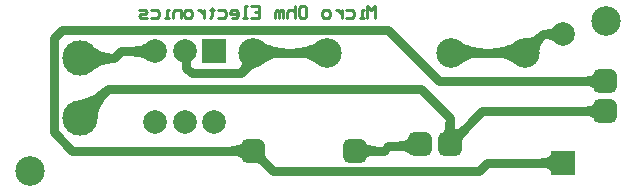
<source format=gbl>
G04*
G04 #@! TF.GenerationSoftware,Altium Limited,Altium Designer,20.1.11 (218)*
G04*
G04 Layer_Physical_Order=2*
G04 Layer_Color=16711680*
%FSLAX44Y44*%
%MOMM*%
G71*
G04*
G04 #@! TF.SameCoordinates,04B24335-E8CF-4E0B-A664-B846B098F35D*
G04*
G04*
G04 #@! TF.FilePolarity,Positive*
G04*
G01*
G75*
%ADD13C,0.2540*%
%ADD14C,0.8000*%
%ADD15C,3.0000*%
G04:AMPARAMS|DCode=16|XSize=2mm|YSize=2mm|CornerRadius=0.5mm|HoleSize=0mm|Usage=FLASHONLY|Rotation=90.000|XOffset=0mm|YOffset=0mm|HoleType=Round|Shape=RoundedRectangle|*
%AMROUNDEDRECTD16*
21,1,2.0000,1.0000,0,0,90.0*
21,1,1.0000,2.0000,0,0,90.0*
1,1,1.0000,0.5000,0.5000*
1,1,1.0000,0.5000,-0.5000*
1,1,1.0000,-0.5000,-0.5000*
1,1,1.0000,-0.5000,0.5000*
%
%ADD16ROUNDEDRECTD16*%
%ADD17R,2.0000X2.0000*%
%ADD18C,2.0000*%
G04:AMPARAMS|DCode=19|XSize=2mm|YSize=2mm|CornerRadius=0.5mm|HoleSize=0mm|Usage=FLASHONLY|Rotation=0.000|XOffset=0mm|YOffset=0mm|HoleType=Round|Shape=RoundedRectangle|*
%AMROUNDEDRECTD19*
21,1,2.0000,1.0000,0,0,0.0*
21,1,1.0000,2.0000,0,0,0.0*
1,1,1.0000,0.5000,-0.5000*
1,1,1.0000,-0.5000,-0.5000*
1,1,1.0000,-0.5000,0.5000*
1,1,1.0000,0.5000,0.5000*
%
%ADD19ROUNDEDRECTD19*%
%ADD20C,2.5000*%
%ADD21R,2.0000X2.0000*%
G36*
X114768Y108180D02*
X113756Y108906D01*
X112637Y109555D01*
X111411Y110128D01*
X110078Y110625D01*
X108638Y111045D01*
X107091Y111389D01*
X105438Y111657D01*
X101810Y111962D01*
X99835Y112000D01*
Y120000D01*
X101810Y120038D01*
X105438Y120344D01*
X107091Y120611D01*
X108638Y120955D01*
X110078Y121376D01*
X111411Y121872D01*
X112637Y122445D01*
X113756Y123095D01*
X114768Y123820D01*
Y108180D01*
D02*
G37*
G36*
X258669Y105225D02*
X257174Y106322D01*
X255588Y107304D01*
X253911Y108170D01*
X252143Y108921D01*
X250283Y109556D01*
X248333Y110076D01*
X246290Y110480D01*
X244157Y110769D01*
X241933Y110942D01*
X239617Y111000D01*
Y119000D01*
X241933Y119058D01*
X244157Y119231D01*
X246290Y119520D01*
X248333Y119924D01*
X250283Y120444D01*
X252143Y121079D01*
X253911Y121830D01*
X255588Y122696D01*
X257174Y123678D01*
X258669Y124775D01*
Y105225D01*
D02*
G37*
G36*
X213226Y123678D02*
X214812Y122696D01*
X216489Y121830D01*
X218257Y121079D01*
X220117Y120444D01*
X222068Y119924D01*
X224109Y119520D01*
X226243Y119231D01*
X228467Y119058D01*
X230783Y119000D01*
Y111000D01*
X228467Y110942D01*
X226243Y110769D01*
X224109Y110480D01*
X222068Y110076D01*
X220117Y109556D01*
X218257Y108921D01*
X216489Y108170D01*
X214812Y107304D01*
X213226Y106322D01*
X211731Y105225D01*
Y124775D01*
X213226Y123678D01*
D02*
G37*
G36*
X68436Y120073D02*
X70264Y118799D01*
X72117Y117674D01*
X73996Y116699D01*
X75899Y115874D01*
X77828Y115199D01*
X79783Y114675D01*
X81763Y114300D01*
X83768Y114075D01*
X85798Y114000D01*
Y106000D01*
X83768Y105925D01*
X81763Y105700D01*
X79783Y105325D01*
X77828Y104800D01*
X75899Y104125D01*
X73995Y103301D01*
X72117Y102326D01*
X70264Y101201D01*
X68436Y99926D01*
X66633Y98502D01*
X66633Y121498D01*
X68436Y120073D01*
D02*
G37*
G36*
X206795Y102830D02*
X206186Y102629D01*
X205482Y102289D01*
X204681Y101809D01*
X203783Y101190D01*
X201698Y99534D01*
X199227Y97320D01*
X196370Y94549D01*
X190713Y100206D01*
X191625Y101164D01*
X192401Y102078D01*
X193040Y102949D01*
X193543Y103776D01*
X193911Y104559D01*
X194142Y105299D01*
X194237Y105996D01*
X194196Y106648D01*
X194019Y107257D01*
X193706Y107823D01*
X206795Y102830D01*
D02*
G37*
G36*
X82779Y80122D02*
X80964Y78197D01*
X79310Y76216D01*
X77818Y74177D01*
X76488Y72082D01*
X75320Y69930D01*
X74313Y67721D01*
X73469Y65455D01*
X72786Y63132D01*
X72265Y60753D01*
X71905Y58316D01*
X55317Y74905D01*
X57753Y75265D01*
X60132Y75786D01*
X62455Y76469D01*
X64721Y77313D01*
X66930Y78320D01*
X69082Y79488D01*
X71177Y80818D01*
X73216Y82310D01*
X75197Y83963D01*
X77122Y85779D01*
X82779Y80122D01*
D02*
G37*
G36*
X299029Y39225D02*
X299301Y38548D01*
X299755Y37951D01*
X300390Y37433D01*
X301207Y36995D01*
X302205Y36637D01*
X303385Y36358D01*
X304746Y36159D01*
X306289Y36040D01*
X308013Y36000D01*
Y28000D01*
X306289Y27960D01*
X304746Y27841D01*
X303385Y27642D01*
X302205Y27363D01*
X301207Y27005D01*
X300390Y26567D01*
X299755Y26049D01*
X299301Y25452D01*
X299029Y24775D01*
X298938Y24018D01*
Y39981D01*
X299029Y39225D01*
D02*
G37*
G36*
X194702Y24018D02*
X194612Y24775D01*
X194340Y25452D01*
X193886Y26049D01*
X193251Y26567D01*
X192434Y27005D01*
X191436Y27363D01*
X190256Y27642D01*
X188895Y27841D01*
X187352Y27960D01*
X185628Y28000D01*
Y36000D01*
X187352Y36040D01*
X188895Y36159D01*
X190256Y36358D01*
X191436Y36637D01*
X192434Y36995D01*
X193251Y37433D01*
X193886Y37951D01*
X194340Y38548D01*
X194612Y39225D01*
X194702Y39981D01*
Y24018D01*
D02*
G37*
G36*
X213173Y32682D02*
X212950Y31948D01*
X212952Y31102D01*
X213182Y30141D01*
X213637Y29066D01*
X214319Y27878D01*
X215227Y26576D01*
X216362Y25160D01*
X219310Y21988D01*
X213653Y16331D01*
X212009Y17918D01*
X209064Y20413D01*
X207762Y21321D01*
X206574Y22003D01*
X205499Y22458D01*
X204539Y22688D01*
X203692Y22691D01*
X202958Y22468D01*
X202339Y22018D01*
X213622Y33301D01*
X213173Y32682D01*
D02*
G37*
G36*
X374740Y54288D02*
X374859Y52745D01*
X375059Y51384D01*
X375337Y50205D01*
X375672Y49272D01*
X376124Y49587D01*
X377540Y50722D01*
X380713Y53669D01*
X386369Y48012D01*
X384782Y46369D01*
X382287Y43424D01*
X381379Y42122D01*
X380697Y40934D01*
X380242Y39859D01*
X380012Y38898D01*
X380009Y38051D01*
X380233Y37318D01*
X380682Y36699D01*
X370443Y46938D01*
X362719D01*
X363475Y47028D01*
X364152Y47301D01*
X364749Y47754D01*
X365267Y48390D01*
X365705Y49206D01*
X366063Y50205D01*
X366342Y51384D01*
X366541Y52745D01*
X366660Y54288D01*
X366700Y56012D01*
X374700D01*
X374740Y54288D01*
D02*
G37*
G36*
X337794Y28659D02*
X336907Y29294D01*
X335986Y29862D01*
X335032Y30363D01*
X334044Y30797D01*
X333023Y31165D01*
X331969Y31465D01*
X330882Y31699D01*
X329761Y31866D01*
X328607Y31967D01*
X327419Y32000D01*
X327288Y40000D01*
X328948Y40040D01*
X330421Y40160D01*
X331707Y40360D01*
X332804Y40639D01*
X333714Y40999D01*
X334437Y41439D01*
X334972Y41958D01*
X335319Y42558D01*
X335478Y43237D01*
X335450Y43996D01*
X337794Y28659D01*
D02*
G37*
G36*
X398383Y111000D02*
X396067Y110942D01*
X393843Y110769D01*
X391709Y110480D01*
X389667Y110076D01*
X387717Y109556D01*
X385857Y108921D01*
X384089Y108170D01*
X382411Y107304D01*
X380826Y106322D01*
X379331Y105225D01*
Y124775D01*
X380826Y123678D01*
X382411Y122696D01*
X384089Y121830D01*
X385857Y121079D01*
X387717Y120444D01*
X389667Y119924D01*
X391709Y119520D01*
X393843Y119231D01*
X396067Y119058D01*
X398383Y119000D01*
Y111000D01*
D02*
G37*
G36*
X407217Y119000D02*
X409533Y119058D01*
X411757Y119231D01*
X413890Y119520D01*
X415932Y119924D01*
X417883Y120444D01*
X419743Y121079D01*
X421511Y121830D01*
X423188Y122696D01*
X424774Y123678D01*
X426269Y124775D01*
Y105225D01*
X424774Y106322D01*
X423188Y107304D01*
X421511Y108170D01*
X419743Y108921D01*
X417883Y109556D01*
X415932Y110076D01*
X413890Y110480D01*
X411757Y110769D01*
X409533Y110942D01*
X407217Y111000D01*
Y119000D01*
D02*
G37*
G36*
X448030Y25621D02*
X449556Y25661D01*
X450921Y25780D01*
X452126Y25981D01*
X453170Y26260D01*
X454053Y26621D01*
X454776Y27060D01*
X455338Y27580D01*
X455740Y28180D01*
X455980Y28860D01*
X456061Y29620D01*
Y13621D01*
X455980Y14381D01*
X455740Y15060D01*
X455338Y15661D01*
X454776Y16180D01*
X454053Y16621D01*
X453170Y16981D01*
X452126Y17261D01*
X450921Y17461D01*
X449556Y17580D01*
X448030Y17621D01*
Y25621D01*
D02*
G37*
G36*
X483988Y69300D02*
X485712Y69340D01*
X487254Y69460D01*
X488616Y69659D01*
X489795Y69937D01*
X490794Y70296D01*
X491610Y70734D01*
X492246Y71251D01*
X492700Y71849D01*
X492972Y72525D01*
X493063Y73282D01*
X493062Y57319D01*
X492971Y58075D01*
X492699Y58752D01*
X492245Y59349D01*
X491610Y59867D01*
X490793Y60305D01*
X489795Y60663D01*
X488616Y60942D01*
X487254Y61141D01*
X485712Y61260D01*
X483988Y61300D01*
Y69300D01*
D02*
G37*
G36*
Y94700D02*
X485712Y94740D01*
X487254Y94860D01*
X488616Y95059D01*
X489795Y95337D01*
X490794Y95696D01*
X491610Y96134D01*
X492246Y96651D01*
X492700Y97248D01*
X492972Y97925D01*
X493063Y98682D01*
X493062Y82719D01*
X492971Y83475D01*
X492699Y84152D01*
X492245Y84749D01*
X491610Y85267D01*
X490793Y85705D01*
X489795Y86063D01*
X488616Y86342D01*
X487254Y86541D01*
X485712Y86660D01*
X483988Y86700D01*
Y94700D01*
D02*
G37*
G36*
X457626Y124914D02*
X457372Y125192D01*
X456992Y125442D01*
X456487Y125662D01*
X455857Y125852D01*
X455101Y126014D01*
X454220Y126146D01*
X452081Y126322D01*
X451110Y126343D01*
X451064Y126295D01*
X449072Y123883D01*
X448284Y122728D01*
X447635Y121607D01*
X447124Y120519D01*
X446752Y119465D01*
X446519Y118445D01*
X446425Y117459D01*
X446469Y116507D01*
X435566Y127409D01*
X436519Y127365D01*
X437505Y127459D01*
X438525Y127692D01*
X439579Y128064D01*
X440667Y128575D01*
X441788Y129224D01*
X442943Y130012D01*
X444132Y130939D01*
X445355Y132004D01*
X446612Y133209D01*
X449440Y130380D01*
Y134380D01*
X450823Y134395D01*
X454220Y134615D01*
X455101Y134747D01*
X455857Y134908D01*
X456487Y135099D01*
X456992Y135319D01*
X457372Y135568D01*
X457626Y135847D01*
Y124914D01*
D02*
G37*
D13*
X307460Y144540D02*
Y154537D01*
X304128Y151205D01*
X300795Y154537D01*
Y144540D01*
X297463D02*
X294131D01*
X295797D01*
Y151205D01*
X297463D01*
X282468D02*
X287466D01*
X289133Y149538D01*
Y146206D01*
X287466Y144540D01*
X282468D01*
X279136Y151205D02*
Y144540D01*
Y147872D01*
X277470Y149538D01*
X275804Y151205D01*
X274137D01*
X267473Y144540D02*
X264141D01*
X262474Y146206D01*
Y149538D01*
X264141Y151205D01*
X267473D01*
X269139Y149538D01*
Y146206D01*
X267473Y144540D01*
X244147Y154537D02*
X247479D01*
X249146Y152871D01*
Y146206D01*
X247479Y144540D01*
X244147D01*
X242481Y146206D01*
Y152871D01*
X244147Y154537D01*
X239149D02*
Y144540D01*
Y149538D01*
X237482Y151205D01*
X234150D01*
X232484Y149538D01*
Y144540D01*
X229152D02*
Y151205D01*
X227486D01*
X225820Y149538D01*
Y144540D01*
Y149538D01*
X224153Y151205D01*
X222487Y149538D01*
Y144540D01*
X202494Y154537D02*
X209158D01*
Y144540D01*
X202494D01*
X209158Y149538D02*
X205826D01*
X199162Y144540D02*
X195829D01*
X197495D01*
Y154537D01*
X199162D01*
X185833Y144540D02*
X189165D01*
X190831Y146206D01*
Y149538D01*
X189165Y151205D01*
X185833D01*
X184166Y149538D01*
Y147872D01*
X190831D01*
X174170Y151205D02*
X179168D01*
X180834Y149538D01*
Y146206D01*
X179168Y144540D01*
X174170D01*
X169171Y152871D02*
Y151205D01*
X170837D01*
X167505D01*
X169171D01*
Y146206D01*
X167505Y144540D01*
X162507Y151205D02*
Y144540D01*
Y147872D01*
X160841Y149538D01*
X159174Y151205D01*
X157508D01*
X150844Y144540D02*
X147512D01*
X145845Y146206D01*
Y149538D01*
X147512Y151205D01*
X150844D01*
X152510Y149538D01*
Y146206D01*
X150844Y144540D01*
X142513D02*
Y151205D01*
X137515D01*
X135849Y149538D01*
Y144540D01*
X132516D02*
X129184D01*
X130850D01*
Y151205D01*
X132516D01*
X117521D02*
X122520D01*
X124186Y149538D01*
Y146206D01*
X122520Y144540D01*
X117521D01*
X114189D02*
X109191D01*
X107524Y146206D01*
X109191Y147872D01*
X112523D01*
X114189Y149538D01*
X112523Y151205D01*
X107524D01*
D14*
X35252Y127000D02*
X42252Y134000D01*
X196013D02*
X196053Y134040D01*
X274347D02*
X274387Y134000D01*
X196053Y134040D02*
X274347D01*
X42252Y134000D02*
X196013D01*
X318320D02*
X361620Y90700D01*
X274387Y134000D02*
X318320D01*
X35252Y47752D02*
Y127000D01*
X314398Y32000D02*
X318398Y36000D01*
X343300D02*
X345300Y38000D01*
X318398Y36000D02*
X343300D01*
X290000Y32000D02*
X314398D01*
X151863Y97378D02*
X193542D01*
X200687Y104523D01*
Y111747D01*
X203940Y115000D01*
X200371D02*
X266460D01*
X147177Y102064D02*
X151863Y97378D01*
X146000Y116000D02*
X147177Y114824D01*
Y102064D02*
Y114824D01*
X402058Y21621D02*
X466000D01*
X395170Y14732D02*
X402058Y21621D01*
X220908Y14732D02*
X395170D01*
X203640Y32000D02*
X220908Y14732D01*
X51004Y32000D02*
X203640D01*
X35252Y47752D02*
X51004Y32000D01*
X361620Y90700D02*
X502000D01*
X449440Y130380D02*
X466000D01*
X434060Y115000D02*
X449440Y130380D01*
X57000Y60000D02*
X81328Y84328D01*
X346148D01*
X370700Y59776D01*
Y38000D02*
Y59776D01*
X398001Y65300D02*
X502000D01*
X370700Y38000D02*
X398001Y65300D01*
X91798Y116000D02*
X121000D01*
X85798Y110000D02*
X91798Y116000D01*
X57000Y110000D02*
X85798D01*
X371540Y115000D02*
X434060D01*
D15*
X57000Y110000D02*
D03*
Y60000D02*
D03*
D16*
X502000Y90700D02*
D03*
Y65300D02*
D03*
D17*
X171000Y116000D02*
D03*
D18*
X146000D02*
D03*
X121000D02*
D03*
X171000Y56000D02*
D03*
X146000D02*
D03*
X121000D02*
D03*
X466000Y130380D02*
D03*
D19*
X290000Y32000D02*
D03*
X203640D02*
D03*
X370700Y38000D02*
D03*
X345300D02*
D03*
D20*
X266460Y115000D02*
D03*
X203940D02*
D03*
X434060D02*
D03*
X371540D02*
D03*
X15000Y15000D02*
D03*
X503000Y142000D02*
D03*
D21*
X466000Y21621D02*
D03*
M02*

</source>
